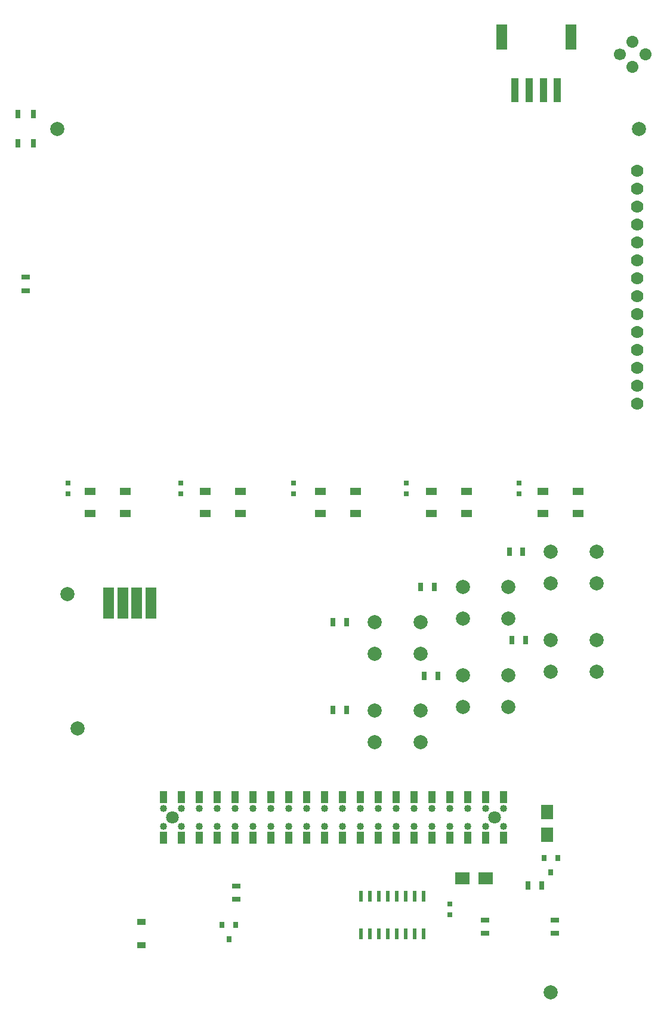
<source format=gts>
G04 #@! TF.GenerationSoftware,KiCad,Pcbnew,(5.0.0-3-g5ebb6b6)*
G04 #@! TF.CreationDate,2018-10-24T08:18:16-07:00*
G04 #@! TF.ProjectId,HackPackv4,4861636B5061636B76342E6B69636164,rev?*
G04 #@! TF.SameCoordinates,Original*
G04 #@! TF.FileFunction,Soldermask,Top*
G04 #@! TF.FilePolarity,Negative*
%FSLAX46Y46*%
G04 Gerber Fmt 4.6, Leading zero omitted, Abs format (unit mm)*
G04 Created by KiCad (PCBNEW (5.0.0-3-g5ebb6b6)) date Wednesday, October 24, 2018 at 08:18:16 AM*
%MOMM*%
%LPD*%
G01*
G04 APERTURE LIST*
%ADD10C,2.000000*%
%ADD11R,1.600000X1.000000*%
%ADD12C,1.778000*%
%ADD13R,1.200000X0.900000*%
%ADD14R,1.020000X1.780000*%
%ADD15C,1.020000*%
%ADD16C,1.800000*%
%ADD17R,2.150000X1.800000*%
%ADD18R,1.800000X2.150000*%
%ADD19R,0.650000X1.300000*%
%ADD20C,1.700000*%
%ADD21C,1.700000*%
%ADD22R,0.800000X0.900000*%
%ADD23R,0.600000X1.500000*%
%ADD24R,0.750000X0.800000*%
%ADD25R,0.700000X1.300000*%
%ADD26R,1.300000X0.700000*%
%ADD27R,1.500000X3.600000*%
%ADD28R,1.010000X3.400000*%
%ADD29R,1.500000X4.500000*%
G04 APERTURE END LIST*
D10*
G04 #@! TO.C,SW1*
X79000000Y-125000000D03*
X79000000Y-129500000D03*
X72500000Y-125000000D03*
X72500000Y-129500000D03*
G04 #@! TD*
G04 #@! TO.C,SW3*
X91500000Y-120000000D03*
X91500000Y-124500000D03*
X85000000Y-120000000D03*
X85000000Y-124500000D03*
G04 #@! TD*
G04 #@! TO.C,SW2*
X79000000Y-137500000D03*
X79000000Y-142000000D03*
X72500000Y-137500000D03*
X72500000Y-142000000D03*
G04 #@! TD*
G04 #@! TO.C,SW4*
X91500000Y-132500000D03*
X91500000Y-137000000D03*
X85000000Y-132500000D03*
X85000000Y-137000000D03*
G04 #@! TD*
G04 #@! TO.C,SW6*
X104000000Y-115000000D03*
X104000000Y-119500000D03*
X97500000Y-115000000D03*
X97500000Y-119500000D03*
G04 #@! TD*
G04 #@! TO.C,SW7*
X104000000Y-127500000D03*
X104000000Y-132000000D03*
X97500000Y-127500000D03*
X97500000Y-132000000D03*
G04 #@! TD*
D11*
G04 #@! TO.C,U1*
X53475000Y-109600000D03*
X53475000Y-106400000D03*
X48475000Y-109600000D03*
X48475000Y-106400000D03*
G04 #@! TD*
G04 #@! TO.C,U2*
X85550000Y-109600000D03*
X85550000Y-106400000D03*
X80550000Y-109600000D03*
X80550000Y-106400000D03*
G04 #@! TD*
G04 #@! TO.C,U3*
X101340000Y-109600000D03*
X101340000Y-106400000D03*
X96340000Y-109600000D03*
X96340000Y-106400000D03*
G04 #@! TD*
G04 #@! TO.C,U4*
X37140000Y-109600000D03*
X37140000Y-106400000D03*
X32140000Y-109600000D03*
X32140000Y-106400000D03*
G04 #@! TD*
G04 #@! TO.C,U5*
X69815000Y-109600000D03*
X69815000Y-106400000D03*
X64815000Y-109600000D03*
X64815000Y-106400000D03*
G04 #@! TD*
D12*
G04 #@! TO.C,U7*
X109730000Y-60990000D03*
X109730000Y-63530000D03*
X109730000Y-66070000D03*
X109730000Y-68610000D03*
X109730000Y-71150000D03*
X109730000Y-73690000D03*
X109730000Y-76230000D03*
X109730000Y-78770000D03*
X109730000Y-81310000D03*
X109730000Y-83850000D03*
X109730000Y-86390000D03*
X109730000Y-88930000D03*
X109730000Y-91470000D03*
X109730000Y-94010000D03*
G04 #@! TD*
D13*
G04 #@! TO.C,D1*
X39370000Y-167514000D03*
X39370000Y-170814000D03*
G04 #@! TD*
D14*
G04 #@! TO.C,J1*
X42565000Y-149760000D03*
X42565000Y-155580000D03*
X45105000Y-149760000D03*
X45105000Y-155580000D03*
X47645000Y-149760000D03*
X47645000Y-155580000D03*
X50185000Y-149760000D03*
X50185000Y-155580000D03*
X52725000Y-149760000D03*
X52725000Y-155580000D03*
X55265000Y-149760000D03*
X55265000Y-155580000D03*
X57805000Y-149760000D03*
X57805000Y-155580000D03*
X60345000Y-149760000D03*
X60345000Y-155580000D03*
X62885000Y-149760000D03*
X62885000Y-155580000D03*
X65425000Y-149760000D03*
X65425000Y-155580000D03*
X67965000Y-149760000D03*
X67965000Y-155580000D03*
X70505000Y-149760000D03*
X70505000Y-155580000D03*
X73045000Y-149760000D03*
X73045000Y-155580000D03*
X75585000Y-149760000D03*
X75585000Y-155580000D03*
X78125000Y-149760000D03*
X78125000Y-155580000D03*
X80665000Y-149760000D03*
X80665000Y-155580000D03*
X83205000Y-149760000D03*
X83205000Y-155580000D03*
X85745000Y-149760000D03*
X85745000Y-155580000D03*
X88285000Y-149760000D03*
X88285000Y-155580000D03*
X90825000Y-149760000D03*
X90825000Y-155580000D03*
D15*
X90825000Y-153940000D03*
X88285000Y-153940000D03*
X85745000Y-153940000D03*
X83205000Y-153940000D03*
X80665000Y-153940000D03*
X78125000Y-153940000D03*
X75585000Y-153940000D03*
X73045000Y-153940000D03*
X70505000Y-153940000D03*
X67965000Y-153940000D03*
X65425000Y-153940000D03*
X62885000Y-153940000D03*
X60345000Y-153940000D03*
X57805000Y-153940000D03*
X55265000Y-153940000D03*
X52725000Y-153940000D03*
X50185000Y-153940000D03*
X47645000Y-153940000D03*
X45105000Y-153940000D03*
X42565000Y-153940000D03*
X90825000Y-151400000D03*
X88285000Y-151400000D03*
X85745000Y-151400000D03*
X83205000Y-151400000D03*
X80665000Y-151400000D03*
X78125000Y-151400000D03*
X75585000Y-151400000D03*
X73045000Y-151400000D03*
X70505000Y-151400000D03*
X67965000Y-151400000D03*
X65425000Y-151400000D03*
X62885000Y-151400000D03*
X60345000Y-151400000D03*
X57805000Y-151400000D03*
X55265000Y-151400000D03*
X52725000Y-151400000D03*
X50185000Y-151400000D03*
X47645000Y-151400000D03*
X45105000Y-151400000D03*
D16*
X89555000Y-152670000D03*
D15*
X42565000Y-151400000D03*
D16*
X43835000Y-152670000D03*
G04 #@! TD*
D17*
G04 #@! TO.C,C8*
X88239000Y-161290000D03*
X84989000Y-161290000D03*
G04 #@! TD*
D18*
G04 #@! TO.C,C1*
X97000000Y-151875000D03*
X97000000Y-155125000D03*
G04 #@! TD*
D19*
G04 #@! TO.C,SW5*
X21910000Y-52920000D03*
X21910000Y-57070000D03*
X24060000Y-52920000D03*
X24060000Y-57070000D03*
G04 #@! TD*
D20*
G04 #@! TO.C,J2*
X107315000Y-44450000D03*
X109111051Y-42653949D03*
D21*
X109111051Y-42653949D02*
X109111051Y-42653949D01*
D20*
X109111051Y-46246051D03*
D21*
X109111051Y-46246051D02*
X109111051Y-46246051D01*
D20*
X110907102Y-44450000D03*
D21*
X110907102Y-44450000D02*
X110907102Y-44450000D01*
G04 #@! TD*
D22*
G04 #@! TO.C,Q2*
X98460000Y-158420000D03*
X96560000Y-158420000D03*
X97510000Y-160420000D03*
G04 #@! TD*
D23*
G04 #@! TO.C,U6*
X70555000Y-163800000D03*
X71825000Y-163800000D03*
X73095000Y-163800000D03*
X74365000Y-163800000D03*
X75635000Y-163800000D03*
X76905000Y-163800000D03*
X78175000Y-163800000D03*
X79445000Y-163800000D03*
X79445000Y-169200000D03*
X78175000Y-169200000D03*
X76905000Y-169200000D03*
X75635000Y-169200000D03*
X74365000Y-169200000D03*
X73095000Y-169200000D03*
X71825000Y-169200000D03*
X70555000Y-169200000D03*
G04 #@! TD*
D24*
G04 #@! TO.C,C2*
X61000000Y-106750000D03*
X61000000Y-105250000D03*
G04 #@! TD*
G04 #@! TO.C,C3*
X93000000Y-106750000D03*
X93000000Y-105250000D03*
G04 #@! TD*
G04 #@! TO.C,C4*
X77000000Y-106750000D03*
X77000000Y-105250000D03*
G04 #@! TD*
G04 #@! TO.C,C5*
X45000000Y-106750000D03*
X45000000Y-105250000D03*
G04 #@! TD*
G04 #@! TO.C,C6*
X29000000Y-106750000D03*
X29000000Y-105250000D03*
G04 #@! TD*
G04 #@! TO.C,C7*
X83159600Y-164959600D03*
X83159600Y-166459600D03*
G04 #@! TD*
D22*
G04 #@! TO.C,Q1*
X52766000Y-167910000D03*
X50866000Y-167910000D03*
X51816000Y-169910000D03*
G04 #@! TD*
D25*
G04 #@! TO.C,R1*
X68514000Y-124968000D03*
X66614000Y-124968000D03*
G04 #@! TD*
G04 #@! TO.C,R2*
X68514000Y-137414000D03*
X66614000Y-137414000D03*
G04 #@! TD*
G04 #@! TO.C,R3*
X80950000Y-120000000D03*
X79050000Y-120000000D03*
G04 #@! TD*
G04 #@! TO.C,R4*
X81468000Y-132588000D03*
X79568000Y-132588000D03*
G04 #@! TD*
D26*
G04 #@! TO.C,R5*
X23000000Y-76050000D03*
X23000000Y-77950000D03*
G04 #@! TD*
D25*
G04 #@! TO.C,R6*
X93500000Y-115000000D03*
X91600000Y-115000000D03*
G04 #@! TD*
G04 #@! TO.C,R7*
X93914000Y-127508000D03*
X92014000Y-127508000D03*
G04 #@! TD*
D26*
G04 #@! TO.C,R8*
X52832000Y-164272000D03*
X52832000Y-162372000D03*
G04 #@! TD*
G04 #@! TO.C,R9*
X88138000Y-167198000D03*
X88138000Y-169098000D03*
G04 #@! TD*
G04 #@! TO.C,R10*
X98044000Y-167198000D03*
X98044000Y-169098000D03*
G04 #@! TD*
D25*
G04 #@! TO.C,R11*
X94300000Y-162306000D03*
X96200000Y-162306000D03*
G04 #@! TD*
D27*
G04 #@! TO.C,J3*
X90525000Y-42030000D03*
X100325000Y-42030000D03*
D28*
X92425000Y-49530000D03*
X94425000Y-49530000D03*
X96425000Y-49530000D03*
X98425000Y-49530000D03*
G04 #@! TD*
D10*
G04 #@! TO.C,U8*
X30375000Y-140060000D03*
X28860000Y-121015000D03*
D29*
X38750000Y-122250000D03*
X36750000Y-122250000D03*
X40750000Y-122250000D03*
X34750000Y-122250000D03*
G04 #@! TD*
D10*
G04 #@! TO.C,F1*
X27500000Y-55000000D03*
G04 #@! TD*
G04 #@! TO.C,F2*
X110000000Y-55000000D03*
G04 #@! TD*
G04 #@! TO.C,F3*
X97500000Y-177500000D03*
G04 #@! TD*
M02*

</source>
